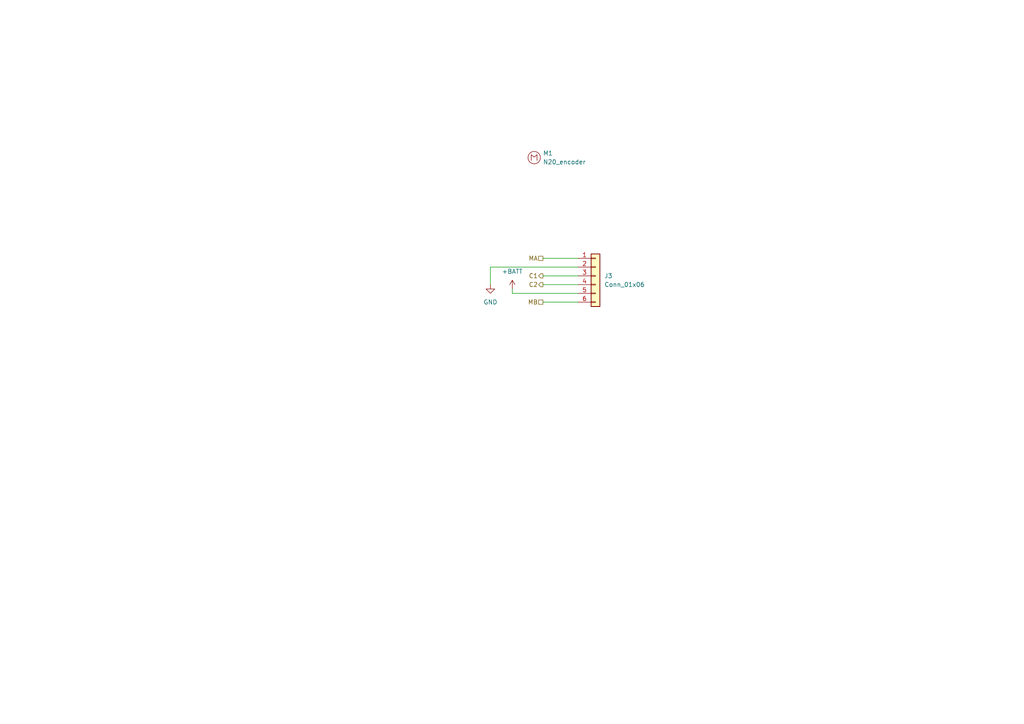
<source format=kicad_sch>
(kicad_sch (version 20230121) (generator eeschema)
  (paper "A4")
  (lib_symbols
    (symbol "Connector_Generic:Conn_01x06" (pin_names (offset 1.016) hide)
      (property "Reference" "J" (at 0 7.62 0))
      (property "Value" "Conn_01x06" (at 0 -10.16 0))
      (symbol "Conn_01x06_1_1"
        (rectangle (start -1.27 -7.493) (end 0 -7.747) (stroke (width 0.1524)))
        (rectangle (start -1.27 -4.953) (end 0 -5.207) (stroke (width 0.1524)))
        (rectangle (start -1.27 -2.413) (end 0 -2.667) (stroke (width 0.1524)))
        (rectangle (start -1.27 0.127) (end 0 -0.127) (stroke (width 0.1524)))
        (rectangle (start -1.27 2.667) (end 0 2.413) (stroke (width 0.1524)))
        (rectangle (start -1.27 5.207) (end 0 4.953) (stroke (width 0.1524)))
        (rectangle (start -1.27 6.35) (end 1.27 -8.89) (stroke (width 0.254)) (fill (type background)))
        (pin passive line (at -5.08 5.08 0) (length 3.81) (name "Pin_1") (number "1"))
        (pin passive line (at -5.08 2.54 0) (length 3.81) (name "Pin_2") (number "2"))
        (pin passive line (at -5.08 0 0) (length 3.81) (name "Pin_3") (number "3"))
        (pin passive line (at -5.08 -2.54 0) (length 3.81) (name "Pin_4") (number "4"))
        (pin passive line (at -5.08 -5.08 0) (length 3.81) (name "Pin_5") (number "5"))
        (pin passive line (at -5.08 -7.62 0) (length 3.81) (name "Pin_6") (number "6"))
      )
    )
    (symbol "minimouse:N20_w_encoder"
      (property "Reference" "M" (at -8.89 1.27 0))
      (property "Value" "N20_encoder" (at 0 -2.54 0))
      (symbol "N20_w_encoder_0_1"
        (polyline (pts (xy -0.8636 -0.8128) (xy -0.8636 0.8636) (xy 0 0.1524) (xy 0.8128 0.8636) (xy 0.8128 -0.8128)))
        (circle (center 0 0) (radius 1.7961))
      )
    )
    (symbol "power:+BATT" (power) (pin_names (offset 0))
      (property "Value" "+BATT" (at 0 3.556 0))
      (symbol "+BATT_0_1"
        (polyline (pts (xy -0.762 1.27) (xy 0 2.54)))
        (polyline (pts (xy 0 0) (xy 0 2.54)))
        (polyline (pts (xy 0 2.54) (xy 0.762 1.27)))
      )
      (symbol "+BATT_1_1"
        (pin power_in line (at 0 0 90) (length 0) hide (name "+BATT") (number "1"))
      )
    )
    (symbol "power:GND" (power) (pin_names (offset 0))
      (property "Value" "GND" (at 0 -3.81 0))
      (symbol "GND_0_1"
        (polyline (pts (xy 0 0) (xy 0 -1.27) (xy 1.27 -1.27) (xy 0 -2.54) (xy -1.27 -1.27) (xy 0 -1.27)))
      )
      (symbol "GND_1_1"
        (pin power_in line (at 0 0 270) (length 0) hide (name "GND") (number "1"))
      )
    )
  )
  (wire (pts (xy 157.48 82.55) (xy 167.64 82.55)))
  (wire (pts (xy 157.48 80.01) (xy 167.64 80.01)))
  (wire (pts (xy 142.24 77.47) (xy 142.24 82.55)))
  (wire (pts (xy 167.64 77.47) (xy 142.24 77.47)))
  (wire (pts (xy 167.64 85.09) (xy 148.59 85.09)))
  (wire (pts (xy 157.48 87.63) (xy 167.64 87.63)))
  (wire (pts (xy 157.48 74.93) (xy 167.64 74.93)))
  (wire (pts (xy 148.59 85.09) (xy 148.59 83.82)))
  (hierarchical_label "C1" (shape output) (at 157.48 80.01 180))
  (hierarchical_label "C2" (shape output) (at 157.48 82.55 180))
  (hierarchical_label "MB" (shape passive) (at 157.48 87.63 180))
  (hierarchical_label "MA" (shape passive) (at 157.48 74.93 180))
  (symbol (lib_id "power:+BATT") (at 148.59 83.82 0) (unit 1)
    (property "Reference" "#PWR031" (effects hide))
    (property "Value" "+BATT" (at 148.59 78.74 0))
    (instances (project "minimouse" (path "" (reference "#PWR031") (unit 1)) (path "" (reference "#PWR032") (unit 1))))
  )
  (symbol (lib_id "power:GND") (at 142.24 82.55 0) (unit 1)
    (property "Reference" "#PWR029" (effects hide))
    (property "Value" "GND" (at 142.24 87.63 0))
    (instances (project "minimouse" (path "" (reference "#PWR029") (unit 1)) (path "" (reference "#PWR030") (unit 1))))
  )
  (symbol (lib_id "minimouse:N20_w_encoder") (at 154.94 45.72 0) (unit 1)
    (property "Reference" "M1" (at 157.48 44.45 0) (effects (justify left)))
    (property "Value" "N20_encoder" (at 157.48 46.99 0) (effects (justify left)))
    (property "Footprint" "minimouse:N20_with_encoder" (effects hide))
    (instances (project "minimouse" (path "" (reference "M1") (unit 1)) (path "" (reference "M2") (unit 1))))
  )
  (symbol (lib_id "Connector_Generic:Conn_01x06") (at 172.72 80.01 0) (unit 1)
    (property "Reference" "J3" (at 175.26 80.01 0) (effects (justify left)))
    (property "Value" "Conn_01x06" (at 175.26 82.55 0) (effects (justify left)))
    (property "Footprint" "Connector_PinHeader_2.54mm:PinHeader_1x06_P2.54mm_Vertical" (effects hide))
    (instances (project "minimouse" (path "" (reference "J3") (unit 1)) (path "" (reference "J4") (unit 1))))
  )
)
</source>
